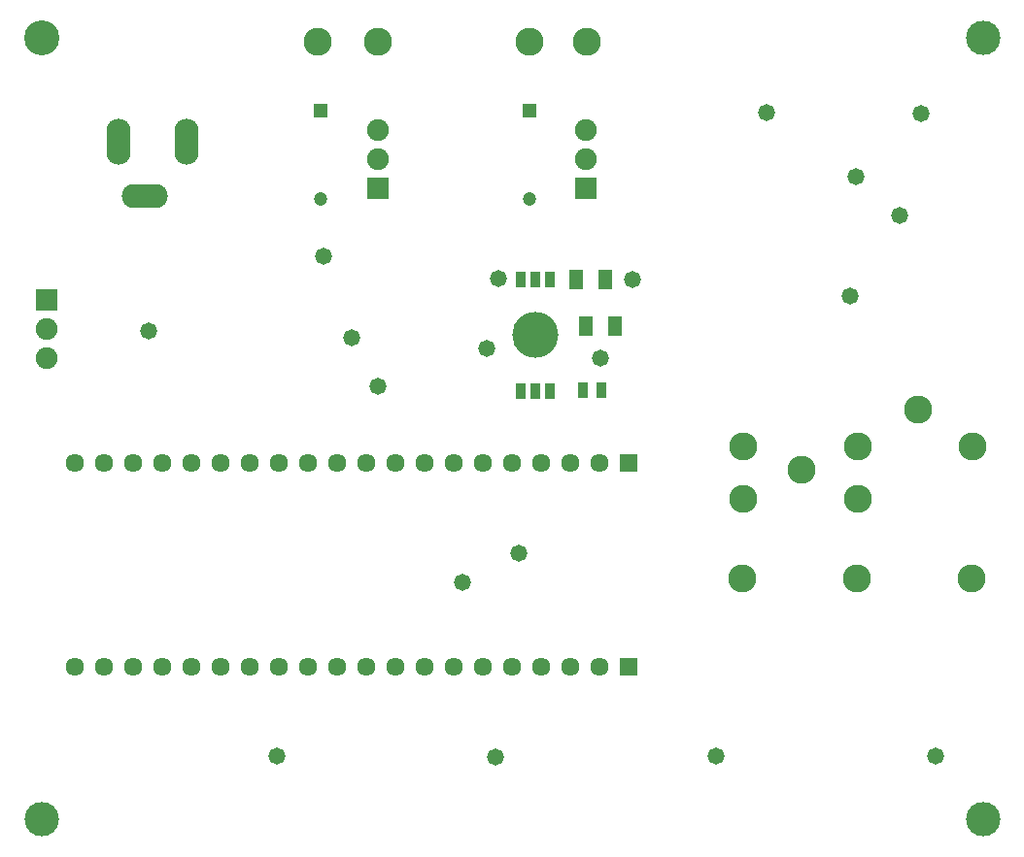
<source format=gbs>
G04*
G04 #@! TF.GenerationSoftware,Altium Limited,Altium Designer,24.2.2 (26)*
G04*
G04 Layer_Color=16711935*
%FSLAX25Y25*%
%MOIN*%
G70*
G04*
G04 #@! TF.SameCoordinates,004D1183-16E1-436D-8927-E0D308D58255*
G04*
G04*
G04 #@! TF.FilePolarity,Negative*
G04*
G01*
G75*
%ADD26R,0.07493X0.07493*%
%ADD27C,0.07493*%
%ADD28C,0.15761*%
%ADD29C,0.06343*%
%ADD30R,0.06343X0.06343*%
%ADD31O,0.08280X0.15761*%
%ADD32O,0.15761X0.08280*%
%ADD33C,0.04724*%
%ADD34R,0.04724X0.04724*%
%ADD35R,0.07493X0.07493*%
%ADD36C,0.05800*%
%ADD37C,0.09658*%
%ADD38C,0.11811*%
%ADD39C,0.12000*%
%ADD68R,0.04739X0.06528*%
%ADD69R,0.03567X0.05180*%
%ADD70R,0.03300X0.05800*%
D26*
X131000Y232500D02*
D03*
X202500D02*
D03*
D27*
X131000Y242500D02*
D03*
Y252500D02*
D03*
X202500Y242500D02*
D03*
Y252500D02*
D03*
X17500Y174000D02*
D03*
Y184000D02*
D03*
D28*
X185000Y182000D02*
D03*
D29*
X127000Y68000D02*
D03*
X117000D02*
D03*
X137000D02*
D03*
X147000D02*
D03*
X157000D02*
D03*
X167000D02*
D03*
X177000D02*
D03*
X187000D02*
D03*
X197000D02*
D03*
X207000D02*
D03*
X107000D02*
D03*
X97000D02*
D03*
X87000D02*
D03*
X77000D02*
D03*
X67000D02*
D03*
X57000D02*
D03*
X47000D02*
D03*
X37000D02*
D03*
X27000D02*
D03*
X127000Y138000D02*
D03*
X117000D02*
D03*
X137000D02*
D03*
X147000D02*
D03*
X157000D02*
D03*
X167000D02*
D03*
X177000D02*
D03*
X187000D02*
D03*
X197000D02*
D03*
X207000D02*
D03*
X107000D02*
D03*
X97000D02*
D03*
X87000D02*
D03*
X77000D02*
D03*
X67000D02*
D03*
X57000D02*
D03*
X47000D02*
D03*
X37000D02*
D03*
X27000D02*
D03*
D30*
X217000Y68000D02*
D03*
Y138000D02*
D03*
D31*
X65248Y248500D02*
D03*
X41902D02*
D03*
D32*
X51075Y229878D02*
D03*
D33*
X183000Y228988D02*
D03*
X111500D02*
D03*
D34*
X183000Y259012D02*
D03*
X111500D02*
D03*
D35*
X17500Y194000D02*
D03*
D36*
X179500Y107000D02*
D03*
X160000Y97000D02*
D03*
X172500Y201500D02*
D03*
X131000Y164500D02*
D03*
X168500Y177500D02*
D03*
X317268Y258204D02*
D03*
X52500Y183500D02*
D03*
X293000Y195500D02*
D03*
X295000Y236500D02*
D03*
X207500Y174000D02*
D03*
X218500Y201000D02*
D03*
X310000Y223000D02*
D03*
X322500Y37500D02*
D03*
X247000D02*
D03*
X171500Y37000D02*
D03*
X96500Y37500D02*
D03*
X264500Y258500D02*
D03*
X112500Y209000D02*
D03*
X122000Y181000D02*
D03*
D37*
X295776Y125925D02*
D03*
X255906Y98425D02*
D03*
X256405Y125925D02*
D03*
X334646Y98425D02*
D03*
X276406Y135925D02*
D03*
X316276Y156425D02*
D03*
X295776Y143925D02*
D03*
X335146D02*
D03*
X256405D02*
D03*
X295276Y98425D02*
D03*
X183075Y282965D02*
D03*
X202728D02*
D03*
X131110D02*
D03*
X110425D02*
D03*
D38*
X15748Y15748D02*
D03*
X338583D02*
D03*
Y284299D02*
D03*
D39*
X15748Y284300D02*
D03*
D68*
X202478Y185042D02*
D03*
X212522D02*
D03*
X209022Y201000D02*
D03*
X198978D02*
D03*
D69*
X207555Y163000D02*
D03*
X201445D02*
D03*
D70*
X185000Y162709D02*
D03*
X180000D02*
D03*
X190000D02*
D03*
X185000Y201291D02*
D03*
X190000D02*
D03*
X180000D02*
D03*
M02*

</source>
